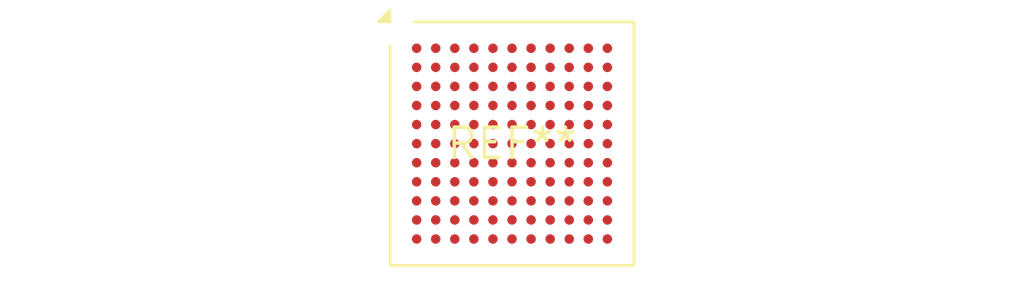
<source format=kicad_pcb>
(kicad_pcb (version 20240108) (generator pcbnew)
  (layers (0 "F.Cu" signal) (31 "B.Cu" signal) (34 "B.Paste" user) (35 "F.Paste" user) (36 "B.SilkS" user "B.Silkscreen") (37 "F.SilkS" user "F.Silkscreen") (38 "B.Mask" user) (39 "F.Mask" user) (44 "Edge.Cuts" user))
  (net 0 "")
  (footprint "TFBGA-121_10x10mm_Layout11x11_P0.8mm" (layer "F.Cu") (at 0 0)
    (property "Reference" "REF**")
    (property "Value" "TFBGA-121_10x10mm_Layout11x11_P0.8mm")
    (fp_line (start -5.11 5.11) (end -5.11 -4.11) (layer "F.SilkS") (stroke (width 0.12)))
    (fp_line (start -4.11 -5.11) (end 5.11 -5.11) (layer "F.SilkS") (stroke (width 0.12)))
    (fp_line (start 5.11 -5.11) (end 5.11 5.11) (layer "F.SilkS") (stroke (width 0.12)))
    (fp_line (start 5.11 5.11) (end -5.11 5.11) (layer "F.SilkS") (stroke (width 0.12)))
    (fp_poly (pts (xy -5.11 -5.11) (xy -5.61 -5.11) (xy -5.11 -5.61) (xy -5.11 -5.11)) (layer "F.SilkS") (stroke (width 0.12)) (fill solid))
    (pad "A1" smd circle (at -4 -4) (size 0.4 0.4) (property pad_prop_bga) (layers "F.Cu" "F.Paste" "F.Mask"))
    (pad "A2" smd circle (at -3.2 -4) (size 0.4 0.4) (property pad_prop_bga) (layers "F.Cu" "F.Paste" "F.Mask"))
    (pad "A3" smd circle (at -2.4 -4) (size 0.4 0.4) (property pad_prop_bga) (layers "F.Cu" "F.Paste" "F.Mask"))
    (pad "A4" smd circle (at -1.6 -4) (size 0.4 0.4) (property pad_prop_bga) (layers "F.Cu" "F.Paste" "F.Mask"))
    (pad "A5" smd circle (at -0.8 -4) (size 0.4 0.4) (property pad_prop_bga) (layers "F.Cu" "F.Paste" "F.Mask"))
    (pad "A6" smd circle (at 0 -4) (size 0.4 0.4) (property pad_prop_bga) (layers "F.Cu" "F.Paste" "F.Mask"))
    (pad "A7" smd circle (at 0.8 -4) (size 0.4 0.4) (property pad_prop_bga) (layers "F.Cu" "F.Paste" "F.Mask"))
    (pad "A8" smd circle (at 1.6 -4) (size 0.4 0.4) (property pad_prop_bga) (layers "F.Cu" "F.Paste" "F.Mask"))
    (pad "A9" smd circle (at 2.4 -4) (size 0.4 0.4) (property pad_prop_bga) (layers "F.Cu" "F.Paste" "F.Mask"))
    (pad "A10" smd circle (at 3.2 -4) (size 0.4 0.4) (property pad_prop_bga) (layers "F.Cu" "F.Paste" "F.Mask"))
    (pad "A11" smd circle (at 4 -4) (size 0.4 0.4) (property pad_prop_bga) (layers "F.Cu" "F.Paste" "F.Mask"))
    (pad "B1" smd circle (at -4 -3.2) (size 0.4 0.4) (property pad_prop_bga) (layers "F.Cu" "F.Paste" "F.Mask"))
    (pad "B2" smd circle (at -3.2 -3.2) (size 0.4 0.4) (property pad_prop_bga) (layers "F.Cu" "F.Paste" "F.Mask"))
    (pad "B3" smd circle (at -2.4 -3.2) (size 0.4 0.4) (property pad_prop_bga) (layers "F.Cu" "F.Paste" "F.Mask"))
    (pad "B4" smd circle (at -1.6 -3.2) (size 0.4 0.4) (property pad_prop_bga) (layers "F.Cu" "F.Paste" "F.Mask"))
    (pad "B5" smd circle (at -0.8 -3.2) (size 0.4 0.4) (property pad_prop_bga) (layers "F.Cu" "F.Paste" "F.Mask"))
    (pad "B6" smd circle (at 0 -3.2) (size 0.4 0.4) (property pad_prop_bga) (layers "F.Cu" "F.Paste" "F.Mask"))
    (pad "B7" smd circle (at 0.8 -3.2) (size 0.4 0.4) (property pad_prop_bga) (layers "F.Cu" "F.Paste" "F.Mask"))
    (pad "B8" smd circle (at 1.6 -3.2) (size 0.4 0.4) (property pad_prop_bga) (layers "F.Cu" "F.Paste" "F.Mask"))
    (pad "B9" smd circle (at 2.4 -3.2) (size 0.4 0.4) (property pad_prop_bga) (layers "F.Cu" "F.Paste" "F.Mask"))
    (pad "B10" smd circle (at 3.2 -3.2) (size 0.4 0.4) (property pad_prop_bga) (layers "F.Cu" "F.Paste" "F.Mask"))
    (pad "B11" smd circle (at 4 -3.2) (size 0.4 0.4) (property pad_prop_bga) (layers "F.Cu" "F.Paste" "F.Mask"))
    (pad "C1" smd circle (at -4 -2.4) (size 0.4 0.4) (property pad_prop_bga) (layers "F.Cu" "F.Paste" "F.Mask"))
    (pad "C2" smd circle (at -3.2 -2.4) (size 0.4 0.4) (property pad_prop_bga) (layers "F.Cu" "F.Paste" "F.Mask"))
    (pad "C3" smd circle (at -2.4 -2.4) (size 0.4 0.4) (property pad_prop_bga) (layers "F.Cu" "F.Paste" "F.Mask"))
    (pad "C4" smd circle (at -1.6 -2.4) (size 0.4 0.4) (property pad_prop_bga) (layers "F.Cu" "F.Paste" "F.Mask"))
    (pad "C5" smd circle (at -0.8 -2.4) (size 0.4 0.4) (property pad_prop_bga) (layers "F.Cu" "F.Paste" "F.Mask"))
    (pad "C6" smd circle (at 0 -2.4) (size 0.4 0.4) (property pad_prop_bga) (layers "F.Cu" "F.Paste" "F.Mask"))
    (pad "C7" smd circle (at 0.8 -2.4) (size 0.4 0.4) (property pad_prop_bga) (layers "F.Cu" "F.Paste" "F.Mask"))
    (pad "C8" smd circle (at 1.6 -2.4) (size 0.4 0.4) (property pad_prop_bga) (layers "F.Cu" "F.Paste" "F.Mask"))
    (pad "C9" smd circle (at 2.4 -2.4) (size 0.4 0.4) (property pad_prop_bga) (layers "F.Cu" "F.Paste" "F.Mask"))
    (pad "C10" smd circle (at 3.2 -2.4) (size 0.4 0.4) (property pad_prop_bga) (layers "F.Cu" "F.Paste" "F.Mask"))
    (pad "C11" smd circle (at 4 -2.4) (size 0.4 0.4) (property pad_prop_bga) (layers "F.Cu" "F.Paste" "F.Mask"))
    (pad "D1" smd circle (at -4 -1.6) (size 0.4 0.4) (property pad_prop_bga) (layers "F.Cu" "F.Paste" "F.Mask"))
    (pad "D2" smd circle (at -3.2 -1.6) (size 0.4 0.4) (property pad_prop_bga) (layers "F.Cu" "F.Paste" "F.Mask"))
    (pad "D3" smd circle (at -2.4 -1.6) (size 0.4 0.4) (property pad_prop_bga) (layers "F.Cu" "F.Paste" "F.Mask"))
    (pad "D4" smd circle (at -1.6 -1.6) (size 0.4 0.4) (property pad_prop_bga) (layers "F.Cu" "F.Paste" "F.Mask"))
    (pad "D5" smd circle (at -0.8 -1.6) (size 0.4 0.4) (property pad_prop_bga) (layers "F.Cu" "F.Paste" "F.Mask"))
    (pad "D6" smd circle (at 0 -1.6) (size 0.4 0.4) (property pad_prop_bga) (layers "F.Cu" "F.Paste" "F.Mask"))
    (pad "D7" smd circle (at 0.8 -1.6) (size 0.4 0.4) (property pad_prop_bga) (layers "F.Cu" "F.Paste" "F.Mask"))
    (pad "D8" smd circle (at 1.6 -1.6) (size 0.4 0.4) (property pad_prop_bga) (layers "F.Cu" "F.Paste" "F.Mask"))
    (pad "D9" smd circle (at 2.4 -1.6) (size 0.4 0.4) (property pad_prop_bga) (layers "F.Cu" "F.Paste" "F.Mask"))
    (pad "D10" smd circle (at 3.2 -1.6) (size 0.4 0.4) (property pad_prop_bga) (layers "F.Cu" "F.Paste" "F.Mask"))
    (pad "D11" smd circle (at 4 -1.6) (size 0.4 0.4) (property pad_prop_bga) (layers "F.Cu" "F.Paste" "F.Mask"))
    (pad "E1" smd circle (at -4 -0.8) (size 0.4 0.4) (property pad_prop_bga) (layers "F.Cu" "F.Paste" "F.Mask"))
    (pad "E2" smd circle (at -3.2 -0.8) (size 0.4 0.4) (property pad_prop_bga) (layers "F.Cu" "F.Paste" "F.Mask"))
    (pad "E3" smd circle (at -2.4 -0.8) (size 0.4 0.4) (property pad_prop_bga) (layers "F.Cu" "F.Paste" "F.Mask"))
    (pad "E4" smd circle (at -1.6 -0.8) (size 0.4 0.4) (property pad_prop_bga) (layers "F.Cu" "F.Paste" "F.Mask"))
    (pad "E5" smd circle (at -0.8 -0.8) (size 0.4 0.4) (property pad_prop_bga) (layers "F.Cu" "F.Paste" "F.Mask"))
    (pad "E6" smd circle (at 0 -0.8) (size 0.4 0.4) (property pad_prop_bga) (layers "F.Cu" "F.Paste" "F.Mask"))
    (pad "E7" smd circle (at 0.8 -0.8) (size 0.4 0.4) (property pad_prop_bga) (layers "F.Cu" "F.Paste" "F.Mask"))
    (pad "E8" smd circle (at 1.6 -0.8) (size 0.4 0.4) (property pad_prop_bga) (layers "F.Cu" "F.Paste" "F.Mask"))
    (pad "E9" smd circle (at 2.4 -0.8) (size 0.4 0.4) (property pad_prop_bga) (layers "F.Cu" "F.Paste" "F.Mask"))
    (pad "E10" smd circle (at 3.2 -0.8) (size 0.4 0.4) (property pad_prop_bga) (layers "F.Cu" "F.Paste" "F.Mask"))
    (pad "E11" smd circle (at 4 -0.8) (size 0.4 0.4) (property pad_prop_bga) (layers "F.Cu" "F.Paste" "F.Mask"))
    (pad "F1" smd circle (at -4 0) (size 0.4 0.4) (property pad_prop_bga) (layers "F.Cu" "F.Paste" "F.Mask"))
    (pad "F2" smd circle (at -3.2 0) (size 0.4 0.4) (property pad_prop_bga) (layers "F.Cu" "F.Paste" "F.Mask"))
    (pad "F3" smd circle (at -2.4 0) (size 0.4 0.4) (property pad_prop_bga) (layers "F.Cu" "F.Paste" "F.Mask"))
    (pad "F4" smd circle (at -1.6 0) (size 0.4 0.4) (property pad_prop_bga) (layers "F.Cu" "F.Paste" "F.Mask"))
    (pad "F5" smd circle (at -0.8 0) (size 0.4 0.4) (property pad_prop_bga) (layers "F.Cu" "F.Paste" "F.Mask"))
    (pad "F6" smd circle (at 0 0) (size 0.4 0.4) (property pad_prop_bga) (layers "F.Cu" "F.Paste" "F.Mask"))
    (pad "F7" smd circle (at 0.8 0) (size 0.4 0.4) (property pad_prop_bga) (layers "F.Cu" "F.Paste" "F.Mask"))
    (pad "F8" smd circle (at 1.6 0) (size 0.4 0.4) (property pad_prop_bga) (layers "F.Cu" "F.Paste" "F.Mask"))
    (pad "F9" smd circle (at 2.4 0) (size 0.4 0.4) (property pad_prop_bga) (layers "F.Cu" "F.Paste" "F.Mask"))
    (pad "F10" smd circle (at 3.2 0) (size 0.4 0.4) (property pad_prop_bga) (layers "F.Cu" "F.Paste" "F.Mask"))
    (pad "F11" smd circle (at 4 0) (size 0.4 0.4) (property pad_prop_bga) (layers "F.Cu" "F.Paste" "F.Mask"))
    (pad "G1" smd circle (at -4 0.8) (size 0.4 0.4) (property pad_prop_bga) (layers "F.Cu" "F.Paste" "F.Mask"))
    (pad "G2" smd circle (at -3.2 0.8) (size 0.4 0.4) (property pad_prop_bga) (layers "F.Cu" "F.Paste" "F.Mask"))
    (pad "G3" smd circle (at -2.4 0.8) (size 0.4 0.4) (property pad_prop_bga) (layers "F.Cu" "F.Paste" "F.Mask"))
    (pad "G4" smd circle (at -1.6 0.8) (size 0.4 0.4) (property pad_prop_bga) (layers "F.Cu" "F.Paste" "F.Mask"))
    (pad "G5" smd circle (at -0.8 0.8) (size 0.4 0.4) (property pad_prop_bga) (layers "F.Cu" "F.Paste" "F.Mask"))
    (pad "G6" smd circle (at 0 0.8) (size 0.4 0.4) (property pad_prop_bga) (layers "F.Cu" "F.Paste" "F.Mask"))
    (pad "G7" smd circle (at 0.8 0.8) (size 0.4 0.4) (property pad_prop_bga) (layers "F.Cu" "F.Paste" "F.Mask"))
    (pad "G8" smd circle (at 1.6 0.8) (size 0.4 0.4) (property pad_prop_bga) (layers "F.Cu" "F.Paste" "F.Mask"))
    (pad "G9" smd circle (at 2.4 0.8) (size 0.4 0.4) (property pad_prop_bga) (layers "F.Cu" "F.Paste" "F.Mask"))
    (pad "G10" smd circle (at 3.2 0.8) (size 0.4 0.4) (property pad_prop_bga) (layers "F.Cu" "F.Paste" "F.Mask"))
    (pad "G11" smd circle (at 4 0.8) (size 0.4 0.4) (property pad_prop_bga) (layers "F.Cu" "F.Paste" "F.Mask"))
    (pad "H1" smd circle (at -4 1.6) (size 0.4 0.4) (property pad_prop_bga) (layers "F.Cu" "F.Paste" "F.Mask"))
    (pad "H2" smd circle (at -3.2 1.6) (size 0.4 0.4) (property pad_prop_bga) (layers "F.Cu" "F.Paste" "F.Mask"))
    (pad "H3" smd circle (at -2.4 1.6) (size 0.4 0.4) (property pad_prop_bga) (layers "F.Cu" "F.Paste" "F.Mask"))
    (pad "H4" smd circle (at -1.6 1.6) (size 0.4 0.4) (property pad_prop_bga) (layers "F.Cu" "F.Paste" "F.Mask"))
    (pad "H5" smd circle (at -0.8 1.6) (size 0.4 0.4) (property pad_prop_bga) (layers "F.Cu" "F.Paste" "F.Mask"))
    (pad "H6" smd circle (at 0 1.6) (size 0.4 0.4) (property pad_prop_bga) (layers "F.Cu" "F.Paste" "F.Mask"))
    (pad "H7" smd circle (at 0.8 1.6) (size 0.4 0.4) (property pad_prop_bga) (layers "F.Cu" "F.Paste" "F.Mask"))
    (pad "H8" smd circle (at 1.6 1.6) (size 0.4 0.4) (property pad_prop_bga) (layers "F.Cu" "F.Paste" "F.Mask"))
    (pad "H9" smd circle (at 2.4 1.6) (size 0.4 0.4) (property pad_prop_bga) (layers "F.Cu" "F.Paste" "F.Mask"))
    (pad "H10" smd circle (at 3.2 1.6) (size 0.4 0.4) (property pad_prop_bga) (layers "F.Cu" "F.Paste" "F.Mask"))
    (pad "H11" smd circle (at 4 1.6) (size 0.4 0.4) (property pad_prop_bga) (layers "F.Cu" "F.Paste" "F.Mask"))
    (pad "J1" smd circle (at -4 2.4) (size 0.4 0.4) (property pad_prop_bga) (layers "F.Cu" "F.Paste" "F.Mask"))
    (pad "J2" smd circle (at -3.2 2.4) (size 0.4 0.4) (property pad_prop_bga) (layers "F.Cu" "F.Paste" "F.Mask"))
    (pad "J3" smd circle (at -2.4 2.4) (size 0.4 0.4) (property pad_prop_bga) (layers "F.Cu" "F.Paste" "F.Mask"))
    (pad "J4" smd circle (at -1.6 2.4) (size 0.4 0.4) (property pad_prop_bga) (layers "F.Cu" "F.Paste" "F.Mask"))
    (pad "J5" smd circle (at -0.8 2.4) (size 0.4 0.4) (property pad_prop_bga) (layers "F.Cu" "F.Paste" "F.Mask"))
    (pad "J6" smd circle (at 0 2.4) (size 0.4 0.4) (property pad_prop_bga) (layers "F.Cu" "F.Paste" "F.Mask"))
    (pad "J7" smd circle (at 0.8 2.4) (size 0.4 0.4) (property pad_prop_bga) (layers "F.Cu" "F.Paste" "F.Mask"))
    (pad "J8" smd circle (at 1.6 2.4) (size 0.4 0.4) (property pad_prop_bga) (layers "F.Cu" "F.Paste" "F.Mask"))
    (pad "J9" smd circle (at 2.4 2.4) (size 0.4 0.4) (property pad_prop_bga) (layers "F.Cu" "F.Paste" "F.Mask"))
    (pad "J10" smd circle (at 3.2 2.4) (size 0.4 0.4) (property pad_prop_bga) (layers "F.Cu" "F.Paste" "F.Mask"))
    (pad "J11" smd circle (at 4 2.4) (size 0.4 0.4) (property pad_prop_bga) (layers "F.Cu" "F.Paste" "F.Mask"))
    (pad "K1" smd circle (at -4 3.2) (size 0.4 0.4) (property pad_prop_bga) (layers "F.Cu" "F.Paste" "F.Mask"))
    (pad "K2" smd circle (at -3.2 3.2) (size 0.4 0.4) (property pad_prop_bga) (layers "F.Cu" "F.Paste" "F.Mask"))
    (pad "K3" smd circle (at -2.4 3.2) (size 0.4 0.4) (property pad_prop_bga) (layers "F.Cu" "F.Paste" "F.Mask"))
    (pad "K4" smd circle (at -1.6 3.2) (size 0.4 0.4) (property pad_prop_bga) (layers "F.Cu" "F.Paste" "F.Mask"))
    (pad "K5" smd circle (at -0.8 3.2) (size 0.4 0.4) (property pad_prop_bga) (layers "F.Cu" "F.Paste" "F.Mask"))
    (pad "K6" smd circle (at 0 3.2) (size 0.4 0.4) (property pad_prop_bga) (layers "F.Cu" "F.Paste" "F.Mask"))
    (pad "K7" smd circle (at 0.8 3.2) (size 0.4 0.4) (property pad_prop_bga) (layers "F.Cu" "F.Paste" "F.Mask"))
    (pad "K8" smd circle (at 1.6 3.2) (size 0.4 0.4) (property pad_prop_bga) (layers "F.Cu" "F.Paste" "F.Mask"))
    (pad "K9" smd circle (at 2.4 3.2) (size 0.4 0.4) (property pad_prop_bga) (layers "F.Cu" "F.Paste" "F.Mask"))
    (pad "K10" smd circle (at 3.2 3.2) (size 0.4 0.4) (property pad_prop_bga) (layers "F.Cu" "F.Paste" "F.Mask"))
    (pad "K11" smd circle (at 4 3.2) (size 0.4 0.4) (property pad_prop_bga) (layers "F.Cu" "F.Paste" "F.Mask"))
    (pad "L1" smd circle (at -4 4) (size 0.4 0.4) (property pad_prop_bga) (layers "F.Cu" "F.Paste" "F.Mask"))
    (pad "L2" smd circle (at -3.2 4) (size 0.4 0.4) (property pad_prop_bga) (layers "F.Cu" "F.Paste" "F.Mask"))
    (pad "L3" smd circle (at -2.4 4) (size 0.4 0.4) (property pad_prop_bga) (layers "F.Cu" "F.Paste" "F.Mask"))
    (pad "L4" smd circle (at -1.6 4) (size 0.4 0.4) (property pad_prop_bga) (layers "F.Cu" "F.Paste" "F.Mask"))
    (pad "L5" smd circle (at -0.8 4) (size 0.4 0.4) (property pad_prop_bga) (layers "F.Cu" "F.Paste" "F.Mask"))
    (pad "L6" smd circle (at 0 4) (size 0.4 0.4) (property pad_prop_bga) (layers "F.Cu" "F.Paste" "F.Mask"))
    (pad "L7" smd circle (at 0.8 4) (size 0.4 0.4) (property pad_prop_bga) (layers "F.Cu" "F.Paste" "F.Mask"))
    (pad "L8" smd circle (at 1.6 4) (size 0.4 0.4) (property pad_prop_bga) (layers "F.Cu" "F.Paste" "F.Mask"))
    (pad "L9" smd circle (at 2.4 4) (size 0.4 0.4) (property pad_prop_bga) (layers "F.Cu" "F.Paste" "F.Mask"))
    (pad "L10" smd circle (at 3.2 4) (size 0.4 0.4) (property pad_prop_bga) (layers "F.Cu" "F.Paste" "F.Mask"))
    (pad "L11" smd circle (at 4 4) (size 0.4 0.4) (property pad_prop_bga) (layers "F.Cu" "F.Paste" "F.Mask"))
  )
)
</source>
